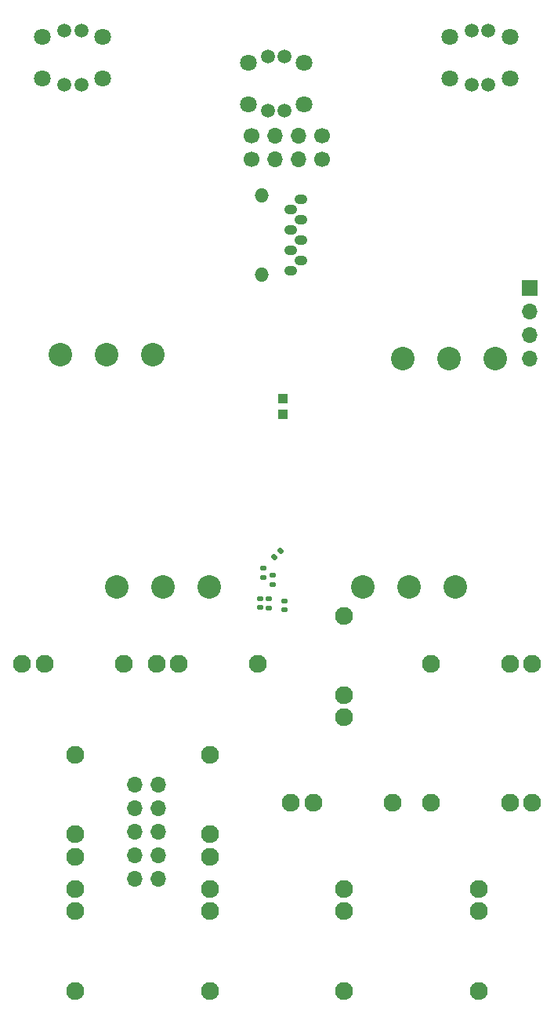
<source format=gbr>
G04 #@! TF.GenerationSoftware,KiCad,Pcbnew,8.0.5*
G04 #@! TF.CreationDate,2024-11-14T10:29:35-08:00*
G04 #@! TF.ProjectId,Sampler-built,53616d70-6c65-4722-9d62-75696c742e6b,rev?*
G04 #@! TF.SameCoordinates,PX38444c0PY67f3540*
G04 #@! TF.FileFunction,Soldermask,Bot*
G04 #@! TF.FilePolarity,Negative*
%FSLAX46Y46*%
G04 Gerber Fmt 4.6, Leading zero omitted, Abs format (unit mm)*
G04 Created by KiCad (PCBNEW 8.0.5) date 2024-11-14 10:29:35*
%MOMM*%
%LPD*%
G01*
G04 APERTURE LIST*
G04 Aperture macros list*
%AMRoundRect*
0 Rectangle with rounded corners*
0 $1 Rounding radius*
0 $2 $3 $4 $5 $6 $7 $8 $9 X,Y pos of 4 corners*
0 Add a 4 corners polygon primitive as box body*
4,1,4,$2,$3,$4,$5,$6,$7,$8,$9,$2,$3,0*
0 Add four circle primitives for the rounded corners*
1,1,$1+$1,$2,$3*
1,1,$1+$1,$4,$5*
1,1,$1+$1,$6,$7*
1,1,$1+$1,$8,$9*
0 Add four rect primitives between the rounded corners*
20,1,$1+$1,$2,$3,$4,$5,0*
20,1,$1+$1,$4,$5,$6,$7,0*
20,1,$1+$1,$6,$7,$8,$9,0*
20,1,$1+$1,$8,$9,$2,$3,0*%
G04 Aperture macros list end*
%ADD10C,1.700000*%
%ADD11O,1.700000X1.700000*%
%ADD12R,1.700000X1.700000*%
%ADD13C,1.930400*%
%ADD14RoundRect,0.147500X-0.172500X0.147500X-0.172500X-0.147500X0.172500X-0.147500X0.172500X0.147500X0*%
%ADD15C,1.800000*%
%ADD16C,1.500000*%
%ADD17O,1.397000X1.092200*%
%ADD18O,1.524000X1.524000*%
%ADD19R,1.000000X1.000000*%
%ADD20C,2.540000*%
%ADD21RoundRect,0.147500X0.172500X-0.147500X0.172500X0.147500X-0.172500X0.147500X-0.172500X-0.147500X0*%
%ADD22RoundRect,0.147500X0.017678X-0.226274X0.226274X-0.017678X-0.017678X0.226274X-0.226274X0.017678X0*%
G04 APERTURE END LIST*
D10*
G04 #@! TO.C,J4*
X-32170000Y91520000D03*
X-32170000Y94060000D03*
D11*
X-29630000Y91520000D03*
X-29630000Y94060000D03*
X-27090000Y91520000D03*
X-27090000Y94060000D03*
D10*
X-24550000Y91520000D03*
X-24550000Y94060000D03*
G04 #@! TD*
D12*
G04 #@! TO.C,J3*
X-2090000Y77680000D03*
D11*
X-2090000Y75140000D03*
X-2090000Y72600000D03*
X-2090000Y70060000D03*
G04 #@! TD*
G04 #@! TO.C,J10*
X-42274785Y13930000D03*
X-44814785Y13930000D03*
X-42274785Y16470000D03*
X-44814785Y16470000D03*
X-42274785Y19010000D03*
X-44814785Y19010000D03*
X-42274785Y21550000D03*
X-44814785Y21550000D03*
X-42274785Y24090000D03*
X-44814785Y24090000D03*
G04 #@! TD*
D13*
G04 #@! TO.C,J12*
X-51206000Y27276000D03*
X-51206000Y16303200D03*
X-51206000Y18716200D03*
G04 #@! TD*
G04 #@! TO.C,J16*
X-22158000Y1833000D03*
X-22158000Y12805800D03*
X-22158000Y10392800D03*
G04 #@! TD*
G04 #@! TO.C,J17*
X-7630000Y1833000D03*
X-7630000Y12805800D03*
X-7630000Y10392800D03*
G04 #@! TD*
D14*
G04 #@! TO.C,C30*
X-28621900Y43875000D03*
X-28621900Y42905000D03*
G04 #@! TD*
D15*
G04 #@! TO.C,Bank_But1*
X-4250000Y104750000D03*
X-10750000Y104750000D03*
X-4250000Y100250000D03*
X-10750000Y100250000D03*
D16*
X-6600000Y105400000D03*
X-8400000Y105400000D03*
X-8400000Y99600000D03*
X-6600000Y99600000D03*
G04 #@! TD*
D17*
G04 #@! TO.C,SD1*
X-27953000Y79531249D03*
X-26853180Y80631069D03*
X-27953000Y81731143D03*
X-26853180Y82830963D03*
X-27953000Y83931037D03*
X-26853180Y85030857D03*
X-27953000Y86130931D03*
X-26853180Y87230751D03*
D18*
X-31122920Y79088400D03*
X-31122920Y87673600D03*
G04 #@! TD*
D19*
G04 #@! TO.C,C4*
X-28771285Y63996678D03*
X-28771285Y65696678D03*
G04 #@! TD*
D20*
G04 #@! TO.C,POT_LENGTH1*
X-36760000Y45424000D03*
X-41760000Y45424000D03*
X-46760000Y45424000D03*
G04 #@! TD*
D13*
G04 #@! TO.C,J2*
X-22157000Y42272000D03*
X-22157000Y31299200D03*
X-22157000Y33712200D03*
G04 #@! TD*
D20*
G04 #@! TO.C,POT_PITCH1*
X-5820000Y70027000D03*
X-10820000Y70027000D03*
X-15820000Y70027000D03*
G04 #@! TD*
D13*
G04 #@! TO.C,J7*
X-45999000Y37065000D03*
X-56971800Y37065000D03*
X-54558800Y37065000D03*
G04 #@! TD*
D14*
G04 #@! TO.C,C32*
X-30334472Y44089454D03*
X-30334472Y43119454D03*
G04 #@! TD*
D13*
G04 #@! TO.C,J15*
X-36685000Y1833000D03*
X-36685000Y12805800D03*
X-36685000Y10392800D03*
G04 #@! TD*
D15*
G04 #@! TO.C,REV_BUT1*
X-48250000Y104750000D03*
X-54750000Y104750000D03*
X-48250000Y100250000D03*
X-54750000Y100250000D03*
D16*
X-50600000Y105400000D03*
X-52400000Y105400000D03*
X-52400000Y99600000D03*
X-50600000Y99600000D03*
G04 #@! TD*
D14*
G04 #@! TO.C,C28*
X-29898608Y46645710D03*
X-29898608Y45675710D03*
G04 #@! TD*
D21*
G04 #@! TO.C,C33*
X-30914608Y46440758D03*
X-30914608Y47410758D03*
G04 #@! TD*
D13*
G04 #@! TO.C,J9*
X-36685000Y27276000D03*
X-36685000Y16303200D03*
X-36685000Y18716200D03*
G04 #@! TD*
G04 #@! TO.C,J8*
X-12838000Y37065000D03*
X-1865200Y37065000D03*
X-4278200Y37065000D03*
G04 #@! TD*
G04 #@! TO.C,J11*
X-51206000Y1833000D03*
X-51206000Y12805800D03*
X-51206000Y10392800D03*
G04 #@! TD*
G04 #@! TO.C,J13*
X-12838000Y22069000D03*
X-1865200Y22069000D03*
X-4278200Y22069000D03*
G04 #@! TD*
G04 #@! TO.C,J6*
X-31478000Y37065000D03*
X-42450800Y37065000D03*
X-40037800Y37065000D03*
G04 #@! TD*
G04 #@! TO.C,J14*
X-16951000Y22069000D03*
X-27923800Y22069000D03*
X-25510800Y22069000D03*
G04 #@! TD*
D15*
G04 #@! TO.C,PLAY_BUT1*
X-26535000Y101979000D03*
X-32527000Y101979000D03*
X-26535000Y97479000D03*
X-32527000Y97479000D03*
D16*
X-28631000Y102629000D03*
X-30431000Y102629000D03*
X-30431000Y96829000D03*
X-28631000Y96829000D03*
G04 #@! TD*
D22*
G04 #@! TO.C,C27*
X-29771347Y48573731D03*
X-29085453Y49259625D03*
G04 #@! TD*
D21*
G04 #@! TO.C,C31*
X-31293576Y43176350D03*
X-31293576Y44146350D03*
G04 #@! TD*
D20*
G04 #@! TO.C,POT_SAMP1*
X-42815000Y70455000D03*
X-47815000Y70455000D03*
X-52815000Y70455000D03*
G04 #@! TD*
G04 #@! TO.C,POT_START1*
X-10140000Y45424000D03*
X-15140000Y45424000D03*
X-20140000Y45424000D03*
G04 #@! TD*
M02*

</source>
